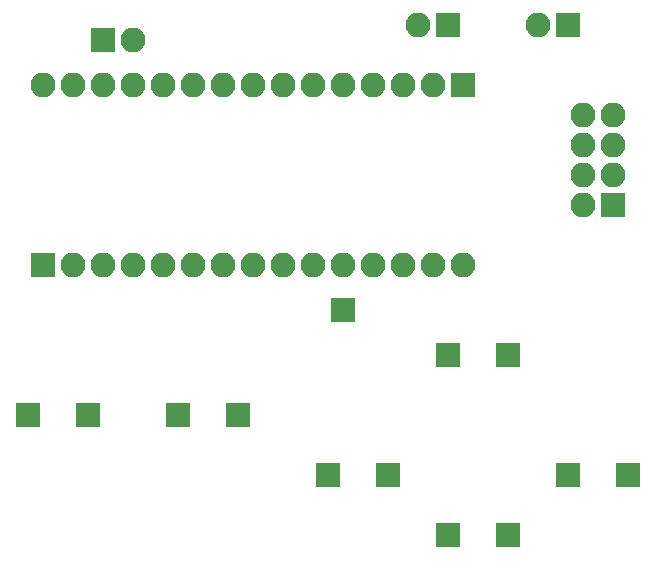
<source format=gbr>
G04 #@! TF.FileFunction,Soldermask,Bot*
%FSLAX46Y46*%
G04 Gerber Fmt 4.6, Leading zero omitted, Abs format (unit mm)*
G04 Created by KiCad (PCBNEW 4.0.7) date 02/27/18 11:15:34*
%MOMM*%
%LPD*%
G01*
G04 APERTURE LIST*
%ADD10C,0.100000*%
%ADD11R,2.100000X2.100000*%
%ADD12O,2.100000X2.100000*%
G04 APERTURE END LIST*
D10*
D11*
X205740000Y-55880000D03*
D12*
X203200000Y-55880000D03*
D11*
X161290000Y-76200000D03*
D12*
X163830000Y-76200000D03*
X166370000Y-76200000D03*
X168910000Y-76200000D03*
X171450000Y-76200000D03*
X173990000Y-76200000D03*
X176530000Y-76200000D03*
X179070000Y-76200000D03*
X181610000Y-76200000D03*
X184150000Y-76200000D03*
X186690000Y-76200000D03*
X189230000Y-76200000D03*
X191770000Y-76200000D03*
X194310000Y-76200000D03*
X196850000Y-76200000D03*
D11*
X196850000Y-60960000D03*
D12*
X194310000Y-60960000D03*
X191770000Y-60960000D03*
X189230000Y-60960000D03*
X186690000Y-60960000D03*
X184150000Y-60960000D03*
X181610000Y-60960000D03*
X179070000Y-60960000D03*
X176530000Y-60960000D03*
X173990000Y-60960000D03*
X171450000Y-60960000D03*
X168910000Y-60960000D03*
X166370000Y-60960000D03*
X163830000Y-60960000D03*
X161290000Y-60960000D03*
D11*
X209550000Y-71120000D03*
D12*
X207010000Y-71120000D03*
X209550000Y-68580000D03*
X207010000Y-68580000D03*
X209550000Y-66040000D03*
X207010000Y-66040000D03*
X209550000Y-63500000D03*
X207010000Y-63500000D03*
D11*
X195580000Y-55880000D03*
D12*
X193040000Y-55880000D03*
D11*
X186690000Y-80010000D03*
X166370000Y-57150000D03*
D12*
X168910000Y-57150000D03*
D11*
X165100000Y-88900000D03*
X172720000Y-88900000D03*
X205740000Y-93980000D03*
X200660000Y-99060000D03*
X190500000Y-93980000D03*
X195580000Y-83820000D03*
X160020000Y-88900000D03*
X177800000Y-88900000D03*
X210820000Y-93980000D03*
X195580000Y-99060000D03*
X185420000Y-93980000D03*
X200660000Y-83820000D03*
M02*

</source>
